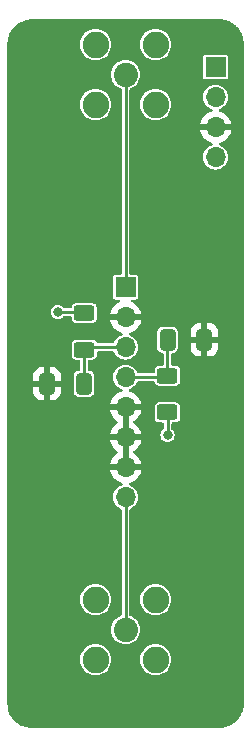
<source format=gbr>
%TF.GenerationSoftware,KiCad,Pcbnew,7.0.5*%
%TF.CreationDate,2023-06-23T15:01:08-05:00*%
%TF.ProjectId,Single.Channel.Amp,53696e67-6c65-42e4-9368-616e6e656c2e,rev?*%
%TF.SameCoordinates,Original*%
%TF.FileFunction,Copper,L1,Top*%
%TF.FilePolarity,Positive*%
%FSLAX46Y46*%
G04 Gerber Fmt 4.6, Leading zero omitted, Abs format (unit mm)*
G04 Created by KiCad (PCBNEW 7.0.5) date 2023-06-23 15:01:08*
%MOMM*%
%LPD*%
G01*
G04 APERTURE LIST*
G04 Aperture macros list*
%AMRoundRect*
0 Rectangle with rounded corners*
0 $1 Rounding radius*
0 $2 $3 $4 $5 $6 $7 $8 $9 X,Y pos of 4 corners*
0 Add a 4 corners polygon primitive as box body*
4,1,4,$2,$3,$4,$5,$6,$7,$8,$9,$2,$3,0*
0 Add four circle primitives for the rounded corners*
1,1,$1+$1,$2,$3*
1,1,$1+$1,$4,$5*
1,1,$1+$1,$6,$7*
1,1,$1+$1,$8,$9*
0 Add four rect primitives between the rounded corners*
20,1,$1+$1,$2,$3,$4,$5,0*
20,1,$1+$1,$4,$5,$6,$7,0*
20,1,$1+$1,$6,$7,$8,$9,0*
20,1,$1+$1,$8,$9,$2,$3,0*%
G04 Aperture macros list end*
%TA.AperFunction,SMDPad,CuDef*%
%ADD10RoundRect,0.250000X0.625000X-0.400000X0.625000X0.400000X-0.625000X0.400000X-0.625000X-0.400000X0*%
%TD*%
%TA.AperFunction,ComponentPad*%
%ADD11R,1.700000X1.700000*%
%TD*%
%TA.AperFunction,ComponentPad*%
%ADD12O,1.700000X1.700000*%
%TD*%
%TA.AperFunction,ComponentPad*%
%ADD13C,2.050000*%
%TD*%
%TA.AperFunction,ComponentPad*%
%ADD14C,2.250000*%
%TD*%
%TA.AperFunction,SMDPad,CuDef*%
%ADD15RoundRect,0.250000X-0.412500X-0.650000X0.412500X-0.650000X0.412500X0.650000X-0.412500X0.650000X0*%
%TD*%
%TA.AperFunction,SMDPad,CuDef*%
%ADD16RoundRect,0.250000X-0.625000X0.400000X-0.625000X-0.400000X0.625000X-0.400000X0.625000X0.400000X0*%
%TD*%
%TA.AperFunction,SMDPad,CuDef*%
%ADD17RoundRect,0.250000X0.412500X0.650000X-0.412500X0.650000X-0.412500X-0.650000X0.412500X-0.650000X0*%
%TD*%
%TA.AperFunction,ViaPad*%
%ADD18C,0.800000*%
%TD*%
%TA.AperFunction,Conductor*%
%ADD19C,0.250000*%
%TD*%
G04 APERTURE END LIST*
D10*
%TO.P,R3,1*%
%TO.N,Net-(Q2-E)*%
X68540000Y-48600000D03*
%TO.P,R3,2*%
%TO.N,Net-(J2-Pin_4)*%
X68540000Y-45500000D03*
%TD*%
D11*
%TO.P,J3,1,Pin_1*%
%TO.N,Net-(D1-A)*%
X72620000Y-19370000D03*
D12*
%TO.P,J3,2,Pin_2*%
%TO.N,GND*%
X72620000Y-21910000D03*
%TO.P,J3,3,Pin_3*%
%TO.N,GND1*%
X72620000Y-24450000D03*
%TO.P,J3,4,Pin_4*%
%TO.N,Net-(D2-K)*%
X72620000Y-26990000D03*
%TD*%
D13*
%TO.P,J4,1,In*%
%TO.N,Net-(J2-Input)*%
X65000000Y-67000000D03*
D14*
%TO.P,J4,2,Ext*%
%TO.N,GND*%
X62460000Y-64460000D03*
X62460000Y-69540000D03*
X67540000Y-64460000D03*
X67540000Y-69540000D03*
%TD*%
D15*
%TO.P,C4,1*%
%TO.N,Net-(J2-Pin_4)*%
X68552500Y-42465000D03*
%TO.P,C4,2*%
%TO.N,GND1*%
X71677500Y-42465000D03*
%TD*%
D13*
%TO.P,J5,1,In*%
%TO.N,Net-(J2-Output)*%
X65000000Y-20000000D03*
D14*
%TO.P,J5,2,Ext*%
%TO.N,GND*%
X62460000Y-17460000D03*
X62460000Y-22540000D03*
X67540000Y-17460000D03*
X67540000Y-22540000D03*
%TD*%
D16*
%TO.P,R4,1*%
%TO.N,Net-(Q1-E)*%
X61510000Y-40190000D03*
%TO.P,R4,2*%
%TO.N,Net-(J2-Pin_3)*%
X61510000Y-43290000D03*
%TD*%
D17*
%TO.P,C3,1*%
%TO.N,Net-(J2-Pin_3)*%
X61472500Y-46185000D03*
%TO.P,C3,2*%
%TO.N,GND1*%
X58347500Y-46185000D03*
%TD*%
D11*
%TO.P,J2,1,Output*%
%TO.N,Net-(J2-Output)*%
X65000000Y-38000000D03*
D12*
%TO.P,J2,2,GND*%
%TO.N,GND1*%
X65000000Y-40540000D03*
%TO.P,J2,3,Pin_3*%
%TO.N,Net-(J2-Pin_3)*%
X65000000Y-43080000D03*
%TO.P,J2,4,Pin_4*%
%TO.N,Net-(J2-Pin_4)*%
X65000000Y-45620000D03*
%TO.P,J2,5,Pin_5*%
%TO.N,GND1*%
X65000000Y-48160000D03*
%TO.P,J2,6,Pin_6*%
X65000000Y-50700000D03*
%TO.P,J2,7,Pin_7*%
X65000000Y-53240000D03*
%TO.P,J2,8,Input*%
%TO.N,Net-(J2-Input)*%
X65000000Y-55780000D03*
%TD*%
D18*
%TO.N,Net-(Q1-E)*%
X59275000Y-40110000D03*
%TO.N,Net-(Q2-E)*%
X68555000Y-50545000D03*
%TD*%
D19*
%TO.N,Net-(J2-Output)*%
X65000000Y-38000000D02*
X65000000Y-20000000D01*
%TO.N,Net-(J2-Pin_3)*%
X61472500Y-46185000D02*
X61472500Y-43327500D01*
X61472500Y-43327500D02*
X61510000Y-43290000D01*
X61720000Y-43080000D02*
X65000000Y-43080000D01*
X61510000Y-43290000D02*
X61720000Y-43080000D01*
%TO.N,Net-(J2-Pin_4)*%
X68540000Y-45500000D02*
X68420000Y-45620000D01*
X68540000Y-45500000D02*
X68540000Y-42567500D01*
X68540000Y-42567500D02*
X68442500Y-42470000D01*
X68420000Y-45620000D02*
X65000000Y-45620000D01*
%TO.N,Net-(J2-Input)*%
X65000000Y-55780000D02*
X65000000Y-67000000D01*
%TO.N,Net-(Q1-E)*%
X61430000Y-40110000D02*
X61510000Y-40190000D01*
X59275000Y-40110000D02*
X61430000Y-40110000D01*
%TO.N,Net-(Q2-E)*%
X68555000Y-50545000D02*
X68555000Y-48615000D01*
X68555000Y-48615000D02*
X68540000Y-48600000D01*
%TD*%
%TA.AperFunction,Conductor*%
%TO.N,GND1*%
G36*
X65250000Y-52804498D02*
G01*
X65142315Y-52755320D01*
X65035763Y-52740000D01*
X64964237Y-52740000D01*
X64857685Y-52755320D01*
X64749999Y-52804498D01*
X64749999Y-51135501D01*
X64857685Y-51184680D01*
X64964237Y-51200000D01*
X65035763Y-51200000D01*
X65142315Y-51184680D01*
X65250000Y-51135501D01*
X65250000Y-52804498D01*
G37*
%TD.AperFunction*%
%TA.AperFunction,Conductor*%
G36*
X65250000Y-50264498D02*
G01*
X65142315Y-50215320D01*
X65035763Y-50200000D01*
X64964237Y-50200000D01*
X64857685Y-50215320D01*
X64749999Y-50264498D01*
X64749999Y-48595501D01*
X64857685Y-48644680D01*
X64964237Y-48660000D01*
X65035763Y-48660000D01*
X65142315Y-48644680D01*
X65250000Y-48595501D01*
X65250000Y-50264498D01*
G37*
%TD.AperFunction*%
%TA.AperFunction,Conductor*%
G36*
X73002019Y-15310633D02*
G01*
X73040149Y-15313131D01*
X73083793Y-15315992D01*
X73265459Y-15328985D01*
X73273102Y-15330015D01*
X73367572Y-15348806D01*
X73372190Y-15349912D01*
X73543719Y-15398061D01*
X73697413Y-15441204D01*
X73702315Y-15442802D01*
X73791762Y-15476164D01*
X73797481Y-15478634D01*
X73862544Y-15510719D01*
X73868651Y-15514176D01*
X74033108Y-15620000D01*
X74054728Y-15633912D01*
X74272782Y-15774225D01*
X74287440Y-15785274D01*
X74307332Y-15802718D01*
X74359510Y-15848476D01*
X74362463Y-15851243D01*
X74458770Y-15947550D01*
X74461531Y-15950498D01*
X74475243Y-15966135D01*
X74477144Y-15968410D01*
X74638444Y-16171187D01*
X74641459Y-16175318D01*
X74655410Y-16196197D01*
X74704958Y-16270351D01*
X74707824Y-16275085D01*
X74773806Y-16395921D01*
X74774996Y-16398213D01*
X74831352Y-16512492D01*
X74833839Y-16518251D01*
X74882881Y-16649737D01*
X74883500Y-16651475D01*
X74923597Y-16769597D01*
X74925472Y-16776353D01*
X74956848Y-16920589D01*
X74979980Y-17036880D01*
X74981015Y-17044560D01*
X74994021Y-17226413D01*
X74999367Y-17307966D01*
X74999500Y-17312023D01*
X74999500Y-73307976D01*
X74999367Y-73312033D01*
X74994022Y-73393558D01*
X74986015Y-73505514D01*
X74985608Y-73509442D01*
X74966386Y-73650854D01*
X74965760Y-73654599D01*
X74956842Y-73699440D01*
X74925471Y-73843647D01*
X74923596Y-73850403D01*
X74883496Y-73968531D01*
X74882879Y-73970265D01*
X74872626Y-73997758D01*
X74871277Y-74001080D01*
X74771176Y-74228425D01*
X74768848Y-74233157D01*
X74707824Y-74344914D01*
X74704958Y-74349648D01*
X74633467Y-74456641D01*
X74631549Y-74459351D01*
X74549744Y-74568631D01*
X74546723Y-74572357D01*
X74461529Y-74669502D01*
X74458755Y-74672464D01*
X74362464Y-74768755D01*
X74359502Y-74771529D01*
X74262357Y-74856723D01*
X74258631Y-74859744D01*
X74149351Y-74941549D01*
X74146641Y-74943467D01*
X74039649Y-75014957D01*
X74034914Y-75017823D01*
X73914075Y-75083806D01*
X73911790Y-75084993D01*
X73904596Y-75088541D01*
X73902019Y-75089740D01*
X73702563Y-75177002D01*
X73699377Y-75178292D01*
X73660275Y-75192876D01*
X73658538Y-75193494D01*
X73540402Y-75233596D01*
X73533647Y-75235471D01*
X73462130Y-75251029D01*
X73455117Y-75252554D01*
X73451369Y-75253250D01*
X73156664Y-75298589D01*
X73151657Y-75299152D01*
X73083568Y-75304022D01*
X73077972Y-75304389D01*
X73070672Y-75304867D01*
X73066636Y-75305000D01*
X56947817Y-75305000D01*
X56942201Y-75304745D01*
X56685599Y-75281417D01*
X56679129Y-75280482D01*
X56638251Y-75272351D01*
X56610617Y-75266854D01*
X56466352Y-75235471D01*
X56459597Y-75233596D01*
X56341465Y-75193496D01*
X56339728Y-75192877D01*
X56210480Y-75144670D01*
X56205300Y-75142466D01*
X56184183Y-75132323D01*
X56088201Y-75084990D01*
X56085909Y-75083800D01*
X56035990Y-75056542D01*
X55965081Y-75017823D01*
X55960357Y-75014962D01*
X55853348Y-74943461D01*
X55850639Y-74941543D01*
X55810592Y-74911564D01*
X55741353Y-74859732D01*
X55737648Y-74856729D01*
X55640680Y-74771690D01*
X55636671Y-74767843D01*
X55487338Y-74611116D01*
X55485610Y-74609226D01*
X55453281Y-74572362D01*
X55450260Y-74568637D01*
X55368449Y-74459351D01*
X55366531Y-74456640D01*
X55295037Y-74349641D01*
X55292170Y-74344907D01*
X55226173Y-74224042D01*
X55225024Y-74221830D01*
X55168635Y-74107483D01*
X55166160Y-74101750D01*
X55117093Y-73970198D01*
X55116540Y-73968646D01*
X55076394Y-73850378D01*
X55074529Y-73843659D01*
X55067509Y-73811387D01*
X55067137Y-73809545D01*
X55016592Y-73536600D01*
X55015715Y-73529742D01*
X55005991Y-73393778D01*
X55000632Y-73312019D01*
X55000499Y-73307993D01*
X55000499Y-69540001D01*
X61129437Y-69540001D01*
X61149650Y-69771044D01*
X61149651Y-69771051D01*
X61209678Y-69995074D01*
X61209679Y-69995076D01*
X61209680Y-69995079D01*
X61307699Y-70205282D01*
X61440730Y-70395269D01*
X61604731Y-70559270D01*
X61794718Y-70692301D01*
X62004921Y-70790320D01*
X62228950Y-70850349D01*
X62393985Y-70864787D01*
X62459998Y-70870563D01*
X62460000Y-70870563D01*
X62460002Y-70870563D01*
X62517762Y-70865509D01*
X62691050Y-70850349D01*
X62915079Y-70790320D01*
X63125282Y-70692301D01*
X63315269Y-70559270D01*
X63479270Y-70395269D01*
X63612301Y-70205282D01*
X63710320Y-69995079D01*
X63770349Y-69771050D01*
X63790563Y-69540001D01*
X66209437Y-69540001D01*
X66229650Y-69771044D01*
X66229651Y-69771051D01*
X66289678Y-69995074D01*
X66289679Y-69995076D01*
X66289680Y-69995079D01*
X66387699Y-70205282D01*
X66520730Y-70395269D01*
X66684731Y-70559270D01*
X66874718Y-70692301D01*
X67084921Y-70790320D01*
X67308950Y-70850349D01*
X67473985Y-70864787D01*
X67539998Y-70870563D01*
X67540000Y-70870563D01*
X67540002Y-70870563D01*
X67597762Y-70865509D01*
X67771050Y-70850349D01*
X67995079Y-70790320D01*
X68205282Y-70692301D01*
X68395269Y-70559270D01*
X68559270Y-70395269D01*
X68692301Y-70205282D01*
X68790320Y-69995079D01*
X68850349Y-69771050D01*
X68870563Y-69540000D01*
X68850349Y-69308950D01*
X68790320Y-69084921D01*
X68692301Y-68874719D01*
X68692299Y-68874716D01*
X68692298Y-68874714D01*
X68559273Y-68684735D01*
X68559268Y-68684729D01*
X68395269Y-68520730D01*
X68395263Y-68520726D01*
X68205282Y-68387699D01*
X67995079Y-68289680D01*
X67995076Y-68289679D01*
X67995074Y-68289678D01*
X67771051Y-68229651D01*
X67771044Y-68229650D01*
X67540002Y-68209437D01*
X67539998Y-68209437D01*
X67308955Y-68229650D01*
X67308948Y-68229651D01*
X67084917Y-68289681D01*
X66874718Y-68387699D01*
X66874714Y-68387701D01*
X66684735Y-68520726D01*
X66684729Y-68520731D01*
X66520731Y-68684729D01*
X66520726Y-68684735D01*
X66387701Y-68874714D01*
X66387699Y-68874718D01*
X66289681Y-69084917D01*
X66229651Y-69308948D01*
X66229650Y-69308955D01*
X66209437Y-69539998D01*
X66209437Y-69540001D01*
X63790563Y-69540001D01*
X63790563Y-69540000D01*
X63770349Y-69308950D01*
X63710320Y-69084921D01*
X63612301Y-68874719D01*
X63612299Y-68874716D01*
X63612298Y-68874714D01*
X63479273Y-68684735D01*
X63479268Y-68684729D01*
X63315269Y-68520730D01*
X63315263Y-68520726D01*
X63125282Y-68387699D01*
X62915079Y-68289680D01*
X62915076Y-68289679D01*
X62915074Y-68289678D01*
X62691051Y-68229651D01*
X62691044Y-68229650D01*
X62460002Y-68209437D01*
X62459998Y-68209437D01*
X62228955Y-68229650D01*
X62228948Y-68229651D01*
X62004917Y-68289681D01*
X61794718Y-68387699D01*
X61794714Y-68387701D01*
X61604735Y-68520726D01*
X61604729Y-68520731D01*
X61440731Y-68684729D01*
X61440726Y-68684735D01*
X61307701Y-68874714D01*
X61307699Y-68874718D01*
X61209681Y-69084917D01*
X61149651Y-69308948D01*
X61149650Y-69308955D01*
X61129437Y-69539998D01*
X61129437Y-69540001D01*
X55000499Y-69540001D01*
X55000499Y-64460001D01*
X61129437Y-64460001D01*
X61149650Y-64691044D01*
X61149651Y-64691051D01*
X61209678Y-64915074D01*
X61209679Y-64915076D01*
X61209680Y-64915079D01*
X61307699Y-65125282D01*
X61440730Y-65315269D01*
X61604731Y-65479270D01*
X61794718Y-65612301D01*
X62004921Y-65710320D01*
X62228950Y-65770349D01*
X62393985Y-65784787D01*
X62459998Y-65790563D01*
X62460000Y-65790563D01*
X62460002Y-65790563D01*
X62517762Y-65785509D01*
X62691050Y-65770349D01*
X62915079Y-65710320D01*
X63125282Y-65612301D01*
X63315269Y-65479270D01*
X63479270Y-65315269D01*
X63612301Y-65125282D01*
X63710320Y-64915079D01*
X63770349Y-64691050D01*
X63790563Y-64460000D01*
X63770349Y-64228950D01*
X63710320Y-64004921D01*
X63612301Y-63794719D01*
X63612299Y-63794716D01*
X63612298Y-63794714D01*
X63479273Y-63604735D01*
X63479268Y-63604729D01*
X63315269Y-63440730D01*
X63315263Y-63440726D01*
X63125282Y-63307699D01*
X62915079Y-63209680D01*
X62915076Y-63209679D01*
X62915074Y-63209678D01*
X62691051Y-63149651D01*
X62691044Y-63149650D01*
X62460002Y-63129437D01*
X62459998Y-63129437D01*
X62228955Y-63149650D01*
X62228948Y-63149651D01*
X62004917Y-63209681D01*
X61794718Y-63307699D01*
X61794714Y-63307701D01*
X61604735Y-63440726D01*
X61604729Y-63440731D01*
X61440731Y-63604729D01*
X61440726Y-63604735D01*
X61307701Y-63794714D01*
X61307699Y-63794718D01*
X61209681Y-64004917D01*
X61149651Y-64228948D01*
X61149650Y-64228955D01*
X61129437Y-64459998D01*
X61129437Y-64460001D01*
X55000499Y-64460001D01*
X55000499Y-53490000D01*
X63669364Y-53490000D01*
X63726567Y-53703486D01*
X63726570Y-53703492D01*
X63826399Y-53917578D01*
X63961894Y-54111082D01*
X64128917Y-54278105D01*
X64322421Y-54413600D01*
X64536507Y-54513429D01*
X64536516Y-54513433D01*
X64658649Y-54546158D01*
X64718310Y-54582523D01*
X64748839Y-54645369D01*
X64740545Y-54714745D01*
X64696059Y-54768623D01*
X64662552Y-54784593D01*
X64596046Y-54804767D01*
X64465358Y-54874622D01*
X64413550Y-54902315D01*
X64413548Y-54902316D01*
X64413547Y-54902317D01*
X64253589Y-55033589D01*
X64122317Y-55193547D01*
X64024769Y-55376043D01*
X63964699Y-55574067D01*
X63944417Y-55779999D01*
X63964699Y-55985932D01*
X63964700Y-55985934D01*
X64024768Y-56183954D01*
X64122315Y-56366450D01*
X64122317Y-56366452D01*
X64253589Y-56526410D01*
X64350209Y-56605702D01*
X64413550Y-56657685D01*
X64596046Y-56755232D01*
X64596052Y-56755235D01*
X64597956Y-56756024D01*
X64598799Y-56756703D01*
X64601419Y-56758104D01*
X64601153Y-56758600D01*
X64652358Y-56799867D01*
X64674420Y-56866162D01*
X64674499Y-56870583D01*
X64674499Y-65723338D01*
X64654814Y-65790377D01*
X64602010Y-65836132D01*
X64582601Y-65843110D01*
X64579261Y-65844005D01*
X64579253Y-65844008D01*
X64384910Y-65934631D01*
X64384908Y-65934632D01*
X64209259Y-66057623D01*
X64209253Y-66057628D01*
X64057628Y-66209253D01*
X64057623Y-66209259D01*
X63934632Y-66384908D01*
X63934631Y-66384910D01*
X63844009Y-66579251D01*
X63844005Y-66579260D01*
X63788509Y-66786375D01*
X63788507Y-66786386D01*
X63769819Y-66999998D01*
X63769819Y-67000001D01*
X63788507Y-67213613D01*
X63788509Y-67213624D01*
X63844005Y-67420739D01*
X63844007Y-67420743D01*
X63844008Y-67420747D01*
X63889320Y-67517918D01*
X63934631Y-67615090D01*
X63934632Y-67615091D01*
X64057627Y-67790745D01*
X64209255Y-67942373D01*
X64384909Y-68065368D01*
X64579253Y-68155992D01*
X64786381Y-68211492D01*
X64938965Y-68224841D01*
X64999998Y-68230181D01*
X65000000Y-68230181D01*
X65000002Y-68230181D01*
X65053404Y-68225508D01*
X65213619Y-68211492D01*
X65420747Y-68155992D01*
X65615091Y-68065368D01*
X65790745Y-67942373D01*
X65942373Y-67790745D01*
X66065368Y-67615091D01*
X66155992Y-67420747D01*
X66211492Y-67213619D01*
X66230181Y-67000000D01*
X66211492Y-66786381D01*
X66155992Y-66579253D01*
X66065368Y-66384910D01*
X65942373Y-66209255D01*
X65790745Y-66057627D01*
X65615091Y-65934632D01*
X65615092Y-65934632D01*
X65615090Y-65934631D01*
X65511370Y-65886266D01*
X65420747Y-65844008D01*
X65420744Y-65844007D01*
X65420742Y-65844006D01*
X65417401Y-65843111D01*
X65416095Y-65842315D01*
X65415661Y-65842157D01*
X65415692Y-65842069D01*
X65357742Y-65806744D01*
X65327216Y-65743895D01*
X65325500Y-65723338D01*
X65325500Y-64460001D01*
X66209437Y-64460001D01*
X66229650Y-64691044D01*
X66229651Y-64691051D01*
X66289678Y-64915074D01*
X66289679Y-64915076D01*
X66289680Y-64915079D01*
X66387699Y-65125282D01*
X66520730Y-65315269D01*
X66684731Y-65479270D01*
X66874718Y-65612301D01*
X67084921Y-65710320D01*
X67308950Y-65770349D01*
X67473985Y-65784787D01*
X67539998Y-65790563D01*
X67540000Y-65790563D01*
X67540002Y-65790563D01*
X67597762Y-65785509D01*
X67771050Y-65770349D01*
X67995079Y-65710320D01*
X68205282Y-65612301D01*
X68395269Y-65479270D01*
X68559270Y-65315269D01*
X68692301Y-65125282D01*
X68790320Y-64915079D01*
X68850349Y-64691050D01*
X68870563Y-64460000D01*
X68850349Y-64228950D01*
X68790320Y-64004921D01*
X68692301Y-63794719D01*
X68692299Y-63794716D01*
X68692298Y-63794714D01*
X68559273Y-63604735D01*
X68559268Y-63604729D01*
X68395269Y-63440730D01*
X68395263Y-63440726D01*
X68205282Y-63307699D01*
X67995079Y-63209680D01*
X67995076Y-63209679D01*
X67995074Y-63209678D01*
X67771051Y-63149651D01*
X67771044Y-63149650D01*
X67540002Y-63129437D01*
X67539998Y-63129437D01*
X67308955Y-63149650D01*
X67308948Y-63149651D01*
X67084917Y-63209681D01*
X66874718Y-63307699D01*
X66874714Y-63307701D01*
X66684735Y-63440726D01*
X66684729Y-63440731D01*
X66520731Y-63604729D01*
X66520726Y-63604735D01*
X66387701Y-63794714D01*
X66387699Y-63794718D01*
X66289681Y-64004917D01*
X66229651Y-64228948D01*
X66229650Y-64228955D01*
X66209437Y-64459998D01*
X66209437Y-64460001D01*
X65325500Y-64460001D01*
X65325500Y-56870583D01*
X65345185Y-56803544D01*
X65397989Y-56757789D01*
X65402049Y-56756021D01*
X65403945Y-56755234D01*
X65403954Y-56755232D01*
X65586450Y-56657685D01*
X65746410Y-56526410D01*
X65877685Y-56366450D01*
X65975232Y-56183954D01*
X66035300Y-55985934D01*
X66055583Y-55780000D01*
X66035300Y-55574066D01*
X65975232Y-55376046D01*
X65877685Y-55193550D01*
X65825702Y-55130209D01*
X65746410Y-55033589D01*
X65586452Y-54902317D01*
X65586453Y-54902317D01*
X65586450Y-54902315D01*
X65403954Y-54804768D01*
X65337447Y-54784593D01*
X65279009Y-54746296D01*
X65250553Y-54682484D01*
X65261113Y-54613417D01*
X65307337Y-54561023D01*
X65341350Y-54546158D01*
X65463483Y-54513433D01*
X65463492Y-54513429D01*
X65677578Y-54413600D01*
X65871082Y-54278105D01*
X66038105Y-54111082D01*
X66173600Y-53917578D01*
X66273429Y-53703492D01*
X66273432Y-53703486D01*
X66330636Y-53490000D01*
X65433686Y-53490000D01*
X65459493Y-53449844D01*
X65500000Y-53311889D01*
X65500000Y-53168111D01*
X65459493Y-53030156D01*
X65433686Y-52990000D01*
X66330636Y-52990000D01*
X66330635Y-52989999D01*
X66273432Y-52776513D01*
X66273429Y-52776507D01*
X66173600Y-52562422D01*
X66173599Y-52562420D01*
X66038113Y-52368926D01*
X66038108Y-52368920D01*
X65871082Y-52201894D01*
X65684968Y-52071575D01*
X65641344Y-52016998D01*
X65634151Y-51947499D01*
X65665673Y-51885145D01*
X65684968Y-51868425D01*
X65871082Y-51738105D01*
X66038105Y-51571082D01*
X66173600Y-51377578D01*
X66273429Y-51163492D01*
X66273432Y-51163486D01*
X66330636Y-50950000D01*
X65433686Y-50950000D01*
X65459493Y-50909844D01*
X65500000Y-50771889D01*
X65500000Y-50628111D01*
X65459493Y-50490156D01*
X65433686Y-50450000D01*
X66330636Y-50450000D01*
X66330635Y-50449999D01*
X66273432Y-50236513D01*
X66273429Y-50236507D01*
X66173600Y-50022422D01*
X66173599Y-50022420D01*
X66038113Y-49828926D01*
X66038108Y-49828920D01*
X65871082Y-49661894D01*
X65684968Y-49531575D01*
X65641344Y-49476998D01*
X65634151Y-49407499D01*
X65665673Y-49345145D01*
X65684968Y-49328425D01*
X65871082Y-49198105D01*
X66014918Y-49054269D01*
X67464500Y-49054269D01*
X67467353Y-49084699D01*
X67467353Y-49084701D01*
X67507036Y-49198105D01*
X67512207Y-49212882D01*
X67592850Y-49322150D01*
X67702118Y-49402793D01*
X67744845Y-49417743D01*
X67830299Y-49447646D01*
X67860730Y-49450500D01*
X67860734Y-49450500D01*
X68105500Y-49450500D01*
X68172539Y-49470185D01*
X68218294Y-49522989D01*
X68229500Y-49574500D01*
X68229500Y-49976699D01*
X68209815Y-50043738D01*
X68180988Y-50075074D01*
X68126720Y-50116715D01*
X68030463Y-50242160D01*
X67969956Y-50388237D01*
X67969955Y-50388239D01*
X67949318Y-50544998D01*
X67949318Y-50545001D01*
X67969955Y-50701760D01*
X67969956Y-50701762D01*
X68030464Y-50847841D01*
X68126718Y-50973282D01*
X68252159Y-51069536D01*
X68398238Y-51130044D01*
X68476618Y-51140363D01*
X68554999Y-51150682D01*
X68555000Y-51150682D01*
X68555001Y-51150682D01*
X68607254Y-51143802D01*
X68711762Y-51130044D01*
X68857841Y-51069536D01*
X68983282Y-50973282D01*
X69079536Y-50847841D01*
X69140044Y-50701762D01*
X69160682Y-50545000D01*
X69140044Y-50388238D01*
X69079536Y-50242159D01*
X68983282Y-50116718D01*
X68983280Y-50116716D01*
X68983279Y-50116715D01*
X68929012Y-50075074D01*
X68887810Y-50018646D01*
X68880500Y-49976699D01*
X68880500Y-49574500D01*
X68900185Y-49507461D01*
X68952989Y-49461706D01*
X69004500Y-49450500D01*
X69219270Y-49450500D01*
X69249699Y-49447646D01*
X69249701Y-49447646D01*
X69313790Y-49425219D01*
X69377882Y-49402793D01*
X69487150Y-49322150D01*
X69567793Y-49212882D01*
X69590219Y-49148790D01*
X69612646Y-49084701D01*
X69612646Y-49084699D01*
X69615500Y-49054269D01*
X69615500Y-48145730D01*
X69612646Y-48115300D01*
X69612646Y-48115298D01*
X69567793Y-47987119D01*
X69567792Y-47987117D01*
X69487150Y-47877850D01*
X69377882Y-47797207D01*
X69377880Y-47797206D01*
X69249700Y-47752353D01*
X69219270Y-47749500D01*
X69219266Y-47749500D01*
X67860734Y-47749500D01*
X67860730Y-47749500D01*
X67830300Y-47752353D01*
X67830298Y-47752353D01*
X67702119Y-47797206D01*
X67702117Y-47797207D01*
X67592850Y-47877850D01*
X67512207Y-47987117D01*
X67512206Y-47987119D01*
X67467353Y-48115298D01*
X67467353Y-48115300D01*
X67464500Y-48145730D01*
X67464500Y-49054269D01*
X66014918Y-49054269D01*
X66038105Y-49031082D01*
X66173600Y-48837578D01*
X66273429Y-48623492D01*
X66273432Y-48623486D01*
X66330636Y-48410000D01*
X65433686Y-48410000D01*
X65459493Y-48369844D01*
X65500000Y-48231889D01*
X65500000Y-48088111D01*
X65459493Y-47950156D01*
X65433686Y-47910000D01*
X66330636Y-47910000D01*
X66330635Y-47909999D01*
X66273432Y-47696513D01*
X66273429Y-47696507D01*
X66173600Y-47482422D01*
X66173599Y-47482420D01*
X66038113Y-47288926D01*
X66038108Y-47288920D01*
X65871082Y-47121894D01*
X65677578Y-46986399D01*
X65463492Y-46886570D01*
X65463486Y-46886567D01*
X65341349Y-46853841D01*
X65281689Y-46817476D01*
X65251160Y-46754629D01*
X65259455Y-46685253D01*
X65303940Y-46631375D01*
X65337444Y-46615407D01*
X65403954Y-46595232D01*
X65586450Y-46497685D01*
X65746410Y-46366410D01*
X65877685Y-46206450D01*
X65975232Y-46023954D01*
X65975234Y-46023945D01*
X65976021Y-46022049D01*
X65976701Y-46021203D01*
X65978104Y-46018581D01*
X65978601Y-46018846D01*
X66019862Y-45967645D01*
X66086156Y-45945579D01*
X66090583Y-45945500D01*
X67365655Y-45945500D01*
X67432694Y-45965185D01*
X67478449Y-46017989D01*
X67482696Y-46028545D01*
X67512207Y-46112882D01*
X67592850Y-46222150D01*
X67702118Y-46302793D01*
X67744845Y-46317744D01*
X67830299Y-46347646D01*
X67860730Y-46350500D01*
X67860734Y-46350500D01*
X69219270Y-46350500D01*
X69249699Y-46347646D01*
X69249701Y-46347646D01*
X69313790Y-46325219D01*
X69377882Y-46302793D01*
X69487150Y-46222150D01*
X69567793Y-46112882D01*
X69597304Y-46028545D01*
X69612646Y-45984701D01*
X69612646Y-45984699D01*
X69615500Y-45954269D01*
X69615500Y-45045730D01*
X69612646Y-45015300D01*
X69612646Y-45015298D01*
X69567793Y-44887119D01*
X69567792Y-44887117D01*
X69540873Y-44850643D01*
X69487150Y-44777850D01*
X69377882Y-44697207D01*
X69377880Y-44697206D01*
X69249700Y-44652353D01*
X69219270Y-44649500D01*
X69219266Y-44649500D01*
X68989500Y-44649500D01*
X68922461Y-44629815D01*
X68876706Y-44577011D01*
X68865500Y-44525500D01*
X68865500Y-43689500D01*
X68885185Y-43622461D01*
X68937989Y-43576706D01*
X68989500Y-43565500D01*
X69019270Y-43565500D01*
X69049699Y-43562646D01*
X69049701Y-43562646D01*
X69113790Y-43540219D01*
X69177882Y-43517793D01*
X69287150Y-43437150D01*
X69367793Y-43327882D01*
X69390219Y-43263790D01*
X69412646Y-43199701D01*
X69412646Y-43199699D01*
X69415500Y-43169269D01*
X69415500Y-42715000D01*
X70515001Y-42715000D01*
X70515001Y-43164986D01*
X70525494Y-43267697D01*
X70580641Y-43434119D01*
X70580643Y-43434124D01*
X70672684Y-43583345D01*
X70796654Y-43707315D01*
X70945875Y-43799356D01*
X70945880Y-43799358D01*
X71112302Y-43854505D01*
X71112309Y-43854506D01*
X71215019Y-43864999D01*
X71427499Y-43864999D01*
X71427500Y-43864998D01*
X71427500Y-42715000D01*
X71927500Y-42715000D01*
X71927500Y-43864999D01*
X72139972Y-43864999D01*
X72139986Y-43864998D01*
X72242697Y-43854505D01*
X72409119Y-43799358D01*
X72409124Y-43799356D01*
X72558345Y-43707315D01*
X72682315Y-43583345D01*
X72774356Y-43434124D01*
X72774358Y-43434119D01*
X72829505Y-43267697D01*
X72829506Y-43267690D01*
X72839999Y-43164986D01*
X72840000Y-43164973D01*
X72840000Y-42715000D01*
X71927500Y-42715000D01*
X71427500Y-42715000D01*
X70515001Y-42715000D01*
X69415500Y-42715000D01*
X69415500Y-42215000D01*
X70515000Y-42215000D01*
X71427500Y-42215000D01*
X71427500Y-41065000D01*
X71927500Y-41065000D01*
X71927500Y-42215000D01*
X72839999Y-42215000D01*
X72839999Y-41765028D01*
X72839998Y-41765013D01*
X72829505Y-41662302D01*
X72774358Y-41495880D01*
X72774356Y-41495875D01*
X72682315Y-41346654D01*
X72558345Y-41222684D01*
X72409124Y-41130643D01*
X72409119Y-41130641D01*
X72242697Y-41075494D01*
X72242690Y-41075493D01*
X72139986Y-41065000D01*
X71927500Y-41065000D01*
X71427500Y-41065000D01*
X71215029Y-41065000D01*
X71215012Y-41065001D01*
X71112302Y-41075494D01*
X70945880Y-41130641D01*
X70945875Y-41130643D01*
X70796654Y-41222684D01*
X70672684Y-41346654D01*
X70580643Y-41495875D01*
X70580641Y-41495880D01*
X70525494Y-41662302D01*
X70525493Y-41662309D01*
X70515000Y-41765013D01*
X70515000Y-42215000D01*
X69415500Y-42215000D01*
X69415500Y-41760730D01*
X69412646Y-41730300D01*
X69412646Y-41730298D01*
X69367793Y-41602119D01*
X69367792Y-41602117D01*
X69287150Y-41492850D01*
X69177882Y-41412207D01*
X69177880Y-41412206D01*
X69049700Y-41367353D01*
X69019270Y-41364500D01*
X69019266Y-41364500D01*
X68085734Y-41364500D01*
X68085730Y-41364500D01*
X68055300Y-41367353D01*
X68055298Y-41367353D01*
X67927119Y-41412206D01*
X67927117Y-41412207D01*
X67817850Y-41492850D01*
X67737207Y-41602117D01*
X67737206Y-41602119D01*
X67692353Y-41730298D01*
X67692353Y-41730300D01*
X67689500Y-41760730D01*
X67689500Y-43169269D01*
X67692353Y-43199699D01*
X67692353Y-43199701D01*
X67737206Y-43327880D01*
X67737207Y-43327882D01*
X67817850Y-43437150D01*
X67927118Y-43517793D01*
X67960575Y-43529500D01*
X68055299Y-43562646D01*
X68085730Y-43565500D01*
X68085734Y-43565500D01*
X68090500Y-43565500D01*
X68157539Y-43585185D01*
X68203294Y-43637989D01*
X68214500Y-43689500D01*
X68214500Y-44525500D01*
X68194815Y-44592539D01*
X68142011Y-44638294D01*
X68090500Y-44649500D01*
X67860730Y-44649500D01*
X67830300Y-44652353D01*
X67830298Y-44652353D01*
X67702119Y-44697206D01*
X67702117Y-44697207D01*
X67592850Y-44777850D01*
X67512207Y-44887117D01*
X67512206Y-44887119D01*
X67467353Y-45015298D01*
X67467353Y-45015300D01*
X67464500Y-45045730D01*
X67464500Y-45170500D01*
X67444815Y-45237539D01*
X67392011Y-45283294D01*
X67340500Y-45294500D01*
X66090583Y-45294500D01*
X66023544Y-45274815D01*
X65977789Y-45222011D01*
X65976021Y-45217951D01*
X65975233Y-45216051D01*
X65975232Y-45216046D01*
X65877685Y-45033550D01*
X65803114Y-44942684D01*
X65746410Y-44873589D01*
X65586452Y-44742317D01*
X65586453Y-44742317D01*
X65586450Y-44742315D01*
X65403954Y-44644768D01*
X65205934Y-44584700D01*
X65205932Y-44584699D01*
X65205934Y-44584699D01*
X65000000Y-44564417D01*
X64794067Y-44584699D01*
X64596043Y-44644769D01*
X64497942Y-44697206D01*
X64413550Y-44742315D01*
X64413548Y-44742316D01*
X64413547Y-44742317D01*
X64253589Y-44873589D01*
X64137292Y-45015300D01*
X64122315Y-45033550D01*
X64093556Y-45087354D01*
X64024769Y-45216043D01*
X63964699Y-45414067D01*
X63944417Y-45620000D01*
X63964699Y-45825932D01*
X63964700Y-45825934D01*
X64024768Y-46023954D01*
X64122315Y-46206450D01*
X64122317Y-46206452D01*
X64253589Y-46366410D01*
X64337168Y-46435000D01*
X64413550Y-46497685D01*
X64596046Y-46595232D01*
X64662551Y-46615405D01*
X64720989Y-46653702D01*
X64749446Y-46717514D01*
X64738887Y-46786581D01*
X64692663Y-46838975D01*
X64658650Y-46853841D01*
X64536514Y-46886567D01*
X64536507Y-46886570D01*
X64322422Y-46986399D01*
X64322420Y-46986400D01*
X64128926Y-47121886D01*
X64128920Y-47121891D01*
X63961891Y-47288920D01*
X63961886Y-47288926D01*
X63826400Y-47482420D01*
X63826399Y-47482422D01*
X63726570Y-47696507D01*
X63726567Y-47696513D01*
X63669364Y-47909999D01*
X63669364Y-47910000D01*
X64566314Y-47910000D01*
X64540507Y-47950156D01*
X64500000Y-48088111D01*
X64500000Y-48231889D01*
X64540507Y-48369844D01*
X64566314Y-48410000D01*
X63669364Y-48410000D01*
X63726567Y-48623486D01*
X63726570Y-48623492D01*
X63826399Y-48837578D01*
X63961894Y-49031082D01*
X64128917Y-49198105D01*
X64315031Y-49328425D01*
X64358656Y-49383003D01*
X64365848Y-49452501D01*
X64334326Y-49514856D01*
X64315031Y-49531575D01*
X64128922Y-49661890D01*
X64128920Y-49661891D01*
X63961891Y-49828920D01*
X63961886Y-49828926D01*
X63826400Y-50022420D01*
X63826399Y-50022422D01*
X63726570Y-50236507D01*
X63726567Y-50236513D01*
X63669364Y-50449999D01*
X63669364Y-50450000D01*
X64566314Y-50450000D01*
X64540507Y-50490156D01*
X64500000Y-50628111D01*
X64500000Y-50771889D01*
X64540507Y-50909844D01*
X64566314Y-50950000D01*
X63669364Y-50950000D01*
X63726567Y-51163486D01*
X63726570Y-51163492D01*
X63826399Y-51377578D01*
X63961894Y-51571082D01*
X64128917Y-51738105D01*
X64315031Y-51868425D01*
X64358656Y-51923003D01*
X64365848Y-51992501D01*
X64334326Y-52054856D01*
X64315031Y-52071575D01*
X64128922Y-52201890D01*
X64128920Y-52201891D01*
X63961891Y-52368920D01*
X63961886Y-52368926D01*
X63826400Y-52562420D01*
X63826399Y-52562422D01*
X63726570Y-52776507D01*
X63726567Y-52776513D01*
X63669364Y-52989999D01*
X63669364Y-52990000D01*
X64566314Y-52990000D01*
X64540507Y-53030156D01*
X64500000Y-53168111D01*
X64500000Y-53311889D01*
X64540507Y-53449844D01*
X64566314Y-53490000D01*
X63669364Y-53490000D01*
X55000499Y-53490000D01*
X55000499Y-46435000D01*
X57185001Y-46435000D01*
X57185001Y-46884986D01*
X57195494Y-46987697D01*
X57250641Y-47154119D01*
X57250643Y-47154124D01*
X57342684Y-47303345D01*
X57466654Y-47427315D01*
X57615875Y-47519356D01*
X57615880Y-47519358D01*
X57782302Y-47574505D01*
X57782309Y-47574506D01*
X57885019Y-47584999D01*
X58097498Y-47584999D01*
X58097499Y-47584998D01*
X58097500Y-46435000D01*
X58597500Y-46435000D01*
X58597500Y-47584999D01*
X58809972Y-47584999D01*
X58809986Y-47584998D01*
X58912697Y-47574505D01*
X59079119Y-47519358D01*
X59079124Y-47519356D01*
X59228345Y-47427315D01*
X59352315Y-47303345D01*
X59444356Y-47154124D01*
X59444358Y-47154119D01*
X59499505Y-46987697D01*
X59499506Y-46987690D01*
X59509999Y-46884986D01*
X59510000Y-46884973D01*
X59510000Y-46435000D01*
X58597500Y-46435000D01*
X58097500Y-46435000D01*
X57185001Y-46435000D01*
X55000499Y-46435000D01*
X55000499Y-45935000D01*
X57185000Y-45935000D01*
X58097499Y-45935000D01*
X58097499Y-44785000D01*
X58597500Y-44785000D01*
X58597500Y-45935000D01*
X59509999Y-45935000D01*
X59509999Y-45485028D01*
X59509998Y-45485013D01*
X59499505Y-45382302D01*
X59444358Y-45215880D01*
X59444356Y-45215875D01*
X59352315Y-45066654D01*
X59228345Y-44942684D01*
X59079124Y-44850643D01*
X59079119Y-44850641D01*
X58912697Y-44795494D01*
X58912690Y-44795493D01*
X58809986Y-44785000D01*
X58597500Y-44785000D01*
X58097499Y-44785000D01*
X57885029Y-44785000D01*
X57885012Y-44785001D01*
X57782302Y-44795494D01*
X57615880Y-44850641D01*
X57615875Y-44850643D01*
X57466654Y-44942684D01*
X57342684Y-45066654D01*
X57250643Y-45215875D01*
X57250641Y-45215880D01*
X57195494Y-45382302D01*
X57195493Y-45382309D01*
X57185000Y-45485013D01*
X57185000Y-45935000D01*
X55000499Y-45935000D01*
X55000499Y-43744269D01*
X60434500Y-43744269D01*
X60437353Y-43774699D01*
X60437353Y-43774701D01*
X60468951Y-43864999D01*
X60482207Y-43902882D01*
X60562850Y-44012150D01*
X60672118Y-44092793D01*
X60714845Y-44107744D01*
X60800299Y-44137646D01*
X60830730Y-44140500D01*
X60830734Y-44140500D01*
X61023000Y-44140500D01*
X61090039Y-44160185D01*
X61135794Y-44212989D01*
X61147000Y-44264500D01*
X61147000Y-44960500D01*
X61127315Y-45027539D01*
X61074511Y-45073294D01*
X61023000Y-45084500D01*
X61005730Y-45084500D01*
X60975300Y-45087353D01*
X60975298Y-45087353D01*
X60847119Y-45132206D01*
X60847117Y-45132207D01*
X60737850Y-45212850D01*
X60657207Y-45322117D01*
X60657206Y-45322119D01*
X60612353Y-45450298D01*
X60612353Y-45450300D01*
X60609500Y-45480730D01*
X60609500Y-46889269D01*
X60612353Y-46919699D01*
X60612353Y-46919701D01*
X60657206Y-47047880D01*
X60657207Y-47047882D01*
X60737850Y-47157150D01*
X60847118Y-47237793D01*
X60889845Y-47252744D01*
X60975299Y-47282646D01*
X61005730Y-47285500D01*
X61005734Y-47285500D01*
X61939270Y-47285500D01*
X61969699Y-47282646D01*
X61969701Y-47282646D01*
X62033790Y-47260219D01*
X62097882Y-47237793D01*
X62207150Y-47157150D01*
X62287793Y-47047882D01*
X62310219Y-46983790D01*
X62332646Y-46919701D01*
X62332646Y-46919699D01*
X62335500Y-46889266D01*
X62335500Y-45480734D01*
X62332646Y-45450301D01*
X62332646Y-45450300D01*
X62332646Y-45450298D01*
X62287793Y-45322119D01*
X62287792Y-45322117D01*
X62267410Y-45294500D01*
X62207150Y-45212850D01*
X62097882Y-45132207D01*
X62097880Y-45132206D01*
X61969700Y-45087353D01*
X61939270Y-45084500D01*
X61939266Y-45084500D01*
X61922000Y-45084500D01*
X61854961Y-45064815D01*
X61809206Y-45012011D01*
X61798000Y-44960500D01*
X61798000Y-44264500D01*
X61817685Y-44197461D01*
X61870489Y-44151706D01*
X61922000Y-44140500D01*
X62189270Y-44140500D01*
X62219699Y-44137646D01*
X62219701Y-44137646D01*
X62283790Y-44115219D01*
X62347882Y-44092793D01*
X62457150Y-44012150D01*
X62537793Y-43902882D01*
X62564552Y-43826410D01*
X62582646Y-43774701D01*
X62582646Y-43774699D01*
X62585500Y-43744269D01*
X62585500Y-43529500D01*
X62605185Y-43462461D01*
X62657989Y-43416706D01*
X62709500Y-43405500D01*
X63909417Y-43405500D01*
X63976456Y-43425185D01*
X64022211Y-43477989D01*
X64023979Y-43482049D01*
X64024768Y-43483954D01*
X64122315Y-43666450D01*
X64122317Y-43666452D01*
X64253589Y-43826410D01*
X64346772Y-43902882D01*
X64413550Y-43957685D01*
X64596046Y-44055232D01*
X64794066Y-44115300D01*
X64794065Y-44115300D01*
X64812529Y-44117118D01*
X65000000Y-44135583D01*
X65205934Y-44115300D01*
X65403954Y-44055232D01*
X65586450Y-43957685D01*
X65746410Y-43826410D01*
X65877685Y-43666450D01*
X65975232Y-43483954D01*
X66035300Y-43285934D01*
X66055583Y-43080000D01*
X66035300Y-42874066D01*
X65975232Y-42676046D01*
X65877685Y-42493550D01*
X65825702Y-42430209D01*
X65746410Y-42333589D01*
X65586452Y-42202317D01*
X65586453Y-42202317D01*
X65586450Y-42202315D01*
X65403954Y-42104768D01*
X65337447Y-42084593D01*
X65279009Y-42046296D01*
X65250553Y-41982484D01*
X65261113Y-41913417D01*
X65307337Y-41861023D01*
X65341350Y-41846158D01*
X65463483Y-41813433D01*
X65463492Y-41813429D01*
X65677578Y-41713600D01*
X65871082Y-41578105D01*
X66038105Y-41411082D01*
X66173600Y-41217577D01*
X66173601Y-41217576D01*
X66273429Y-41003492D01*
X66273432Y-41003486D01*
X66330636Y-40790000D01*
X65433686Y-40790000D01*
X65459493Y-40749844D01*
X65500000Y-40611889D01*
X65500000Y-40468111D01*
X65459493Y-40330156D01*
X65433686Y-40290000D01*
X66330636Y-40290000D01*
X66330635Y-40289999D01*
X66273432Y-40076513D01*
X66273429Y-40076507D01*
X66173600Y-39862422D01*
X66173599Y-39862420D01*
X66038113Y-39668926D01*
X66038108Y-39668920D01*
X65871082Y-39501894D01*
X65677578Y-39366399D01*
X65507052Y-39286882D01*
X65454613Y-39240710D01*
X65435461Y-39173516D01*
X65455677Y-39106635D01*
X65508842Y-39061300D01*
X65559457Y-39050500D01*
X65869750Y-39050500D01*
X65869751Y-39050499D01*
X65884568Y-39047552D01*
X65928229Y-39038868D01*
X65928229Y-39038867D01*
X65928231Y-39038867D01*
X65994552Y-38994552D01*
X66038867Y-38928231D01*
X66038867Y-38928229D01*
X66038868Y-38928229D01*
X66050499Y-38869752D01*
X66050500Y-38869750D01*
X66050500Y-37130249D01*
X66050499Y-37130247D01*
X66038868Y-37071770D01*
X66038867Y-37071769D01*
X65994552Y-37005447D01*
X65928230Y-36961132D01*
X65928229Y-36961131D01*
X65869752Y-36949500D01*
X65869748Y-36949500D01*
X65449500Y-36949500D01*
X65382461Y-36929815D01*
X65336706Y-36877011D01*
X65325500Y-36825500D01*
X65325500Y-24700000D01*
X71289364Y-24700000D01*
X71346567Y-24913486D01*
X71346570Y-24913492D01*
X71446399Y-25127578D01*
X71581894Y-25321082D01*
X71748917Y-25488105D01*
X71942421Y-25623600D01*
X72156507Y-25723429D01*
X72156516Y-25723433D01*
X72278649Y-25756158D01*
X72338310Y-25792523D01*
X72368839Y-25855369D01*
X72360545Y-25924745D01*
X72316059Y-25978623D01*
X72282552Y-25994593D01*
X72216046Y-26014767D01*
X72085358Y-26084622D01*
X72033550Y-26112315D01*
X72033548Y-26112316D01*
X72033547Y-26112317D01*
X71873589Y-26243589D01*
X71742317Y-26403547D01*
X71644769Y-26586043D01*
X71584699Y-26784067D01*
X71564417Y-26990000D01*
X71584699Y-27195932D01*
X71584700Y-27195934D01*
X71644768Y-27393954D01*
X71742315Y-27576450D01*
X71742317Y-27576452D01*
X71873589Y-27736410D01*
X71970209Y-27815702D01*
X72033550Y-27867685D01*
X72216046Y-27965232D01*
X72414066Y-28025300D01*
X72414065Y-28025300D01*
X72432529Y-28027118D01*
X72620000Y-28045583D01*
X72825934Y-28025300D01*
X73023954Y-27965232D01*
X73206450Y-27867685D01*
X73366410Y-27736410D01*
X73497685Y-27576450D01*
X73595232Y-27393954D01*
X73655300Y-27195934D01*
X73675583Y-26990000D01*
X73655300Y-26784066D01*
X73595232Y-26586046D01*
X73497685Y-26403550D01*
X73445702Y-26340209D01*
X73366410Y-26243589D01*
X73206452Y-26112317D01*
X73206453Y-26112317D01*
X73206450Y-26112315D01*
X73023954Y-26014768D01*
X72957447Y-25994593D01*
X72899009Y-25956296D01*
X72870553Y-25892484D01*
X72881113Y-25823417D01*
X72927337Y-25771023D01*
X72961350Y-25756158D01*
X73083483Y-25723433D01*
X73083492Y-25723429D01*
X73297578Y-25623600D01*
X73491082Y-25488105D01*
X73658105Y-25321082D01*
X73793600Y-25127578D01*
X73893429Y-24913492D01*
X73893432Y-24913486D01*
X73950636Y-24700000D01*
X73053686Y-24700000D01*
X73079493Y-24659844D01*
X73120000Y-24521889D01*
X73120000Y-24378111D01*
X73079493Y-24240156D01*
X73053686Y-24200000D01*
X73950636Y-24200000D01*
X73950635Y-24199999D01*
X73893432Y-23986513D01*
X73893429Y-23986507D01*
X73793600Y-23772422D01*
X73793599Y-23772420D01*
X73658113Y-23578926D01*
X73658108Y-23578920D01*
X73491082Y-23411894D01*
X73297578Y-23276399D01*
X73083492Y-23176570D01*
X73083486Y-23176567D01*
X72961349Y-23143841D01*
X72901689Y-23107476D01*
X72871160Y-23044629D01*
X72879455Y-22975253D01*
X72923940Y-22921375D01*
X72957444Y-22905407D01*
X73023954Y-22885232D01*
X73206450Y-22787685D01*
X73366410Y-22656410D01*
X73497685Y-22496450D01*
X73595232Y-22313954D01*
X73655300Y-22115934D01*
X73675583Y-21910000D01*
X73655300Y-21704066D01*
X73595232Y-21506046D01*
X73497685Y-21323550D01*
X73420624Y-21229650D01*
X73366410Y-21163589D01*
X73206452Y-21032317D01*
X73206453Y-21032317D01*
X73206450Y-21032315D01*
X73023954Y-20934768D01*
X72825934Y-20874700D01*
X72825932Y-20874699D01*
X72825934Y-20874699D01*
X72620000Y-20854417D01*
X72414067Y-20874699D01*
X72216043Y-20934769D01*
X72105898Y-20993643D01*
X72033550Y-21032315D01*
X72033548Y-21032316D01*
X72033547Y-21032317D01*
X71873589Y-21163589D01*
X71742317Y-21323547D01*
X71644769Y-21506043D01*
X71584699Y-21704067D01*
X71564417Y-21909999D01*
X71584699Y-22115932D01*
X71584700Y-22115934D01*
X71644768Y-22313954D01*
X71742315Y-22496450D01*
X71742317Y-22496452D01*
X71873589Y-22656410D01*
X71970209Y-22735702D01*
X72033550Y-22787685D01*
X72216046Y-22885232D01*
X72282551Y-22905405D01*
X72340989Y-22943702D01*
X72369446Y-23007514D01*
X72358887Y-23076581D01*
X72312663Y-23128975D01*
X72278650Y-23143841D01*
X72156514Y-23176567D01*
X72156507Y-23176570D01*
X71942422Y-23276399D01*
X71942420Y-23276400D01*
X71748926Y-23411886D01*
X71748920Y-23411891D01*
X71581891Y-23578920D01*
X71581886Y-23578926D01*
X71446400Y-23772420D01*
X71446399Y-23772422D01*
X71346570Y-23986507D01*
X71346567Y-23986513D01*
X71289364Y-24199999D01*
X71289364Y-24200000D01*
X72186314Y-24200000D01*
X72160507Y-24240156D01*
X72120000Y-24378111D01*
X72120000Y-24521889D01*
X72160507Y-24659844D01*
X72186314Y-24700000D01*
X71289364Y-24700000D01*
X65325500Y-24700000D01*
X65325500Y-22540001D01*
X66209437Y-22540001D01*
X66229650Y-22771044D01*
X66229651Y-22771051D01*
X66289678Y-22995074D01*
X66289679Y-22995076D01*
X66289680Y-22995079D01*
X66387699Y-23205282D01*
X66520730Y-23395269D01*
X66684731Y-23559270D01*
X66874718Y-23692301D01*
X67084921Y-23790320D01*
X67308950Y-23850349D01*
X67473985Y-23864787D01*
X67539998Y-23870563D01*
X67540000Y-23870563D01*
X67540002Y-23870563D01*
X67597762Y-23865509D01*
X67771050Y-23850349D01*
X67995079Y-23790320D01*
X68205282Y-23692301D01*
X68395269Y-23559270D01*
X68559270Y-23395269D01*
X68692301Y-23205282D01*
X68790320Y-22995079D01*
X68850349Y-22771050D01*
X68870563Y-22540000D01*
X68850349Y-22308950D01*
X68790320Y-22084921D01*
X68692301Y-21874719D01*
X68692299Y-21874716D01*
X68692298Y-21874714D01*
X68559273Y-21684735D01*
X68559268Y-21684729D01*
X68395269Y-21520730D01*
X68374294Y-21506043D01*
X68205282Y-21387699D01*
X67995079Y-21289680D01*
X67995076Y-21289679D01*
X67995074Y-21289678D01*
X67771051Y-21229651D01*
X67771044Y-21229650D01*
X67540002Y-21209437D01*
X67539998Y-21209437D01*
X67308955Y-21229650D01*
X67308948Y-21229651D01*
X67084917Y-21289681D01*
X66874718Y-21387699D01*
X66874714Y-21387701D01*
X66684735Y-21520726D01*
X66684729Y-21520731D01*
X66520731Y-21684729D01*
X66520726Y-21684735D01*
X66387701Y-21874714D01*
X66387699Y-21874718D01*
X66289681Y-22084917D01*
X66229651Y-22308948D01*
X66229650Y-22308955D01*
X66209437Y-22539998D01*
X66209437Y-22540001D01*
X65325500Y-22540001D01*
X65325500Y-21276662D01*
X65345185Y-21209623D01*
X65397989Y-21163868D01*
X65417411Y-21156886D01*
X65417852Y-21156767D01*
X65420747Y-21155992D01*
X65615091Y-21065368D01*
X65790745Y-20942373D01*
X65942373Y-20790745D01*
X66065368Y-20615091D01*
X66155992Y-20420747D01*
X66204490Y-20239752D01*
X71569500Y-20239752D01*
X71581131Y-20298229D01*
X71581132Y-20298230D01*
X71625447Y-20364552D01*
X71691769Y-20408867D01*
X71691770Y-20408868D01*
X71750247Y-20420499D01*
X71750250Y-20420500D01*
X71750252Y-20420500D01*
X73489750Y-20420500D01*
X73489751Y-20420499D01*
X73504568Y-20417552D01*
X73548229Y-20408868D01*
X73548229Y-20408867D01*
X73548231Y-20408867D01*
X73614552Y-20364552D01*
X73658867Y-20298231D01*
X73658867Y-20298229D01*
X73658868Y-20298229D01*
X73670499Y-20239752D01*
X73670500Y-20239750D01*
X73670500Y-18500249D01*
X73670499Y-18500247D01*
X73658868Y-18441770D01*
X73658867Y-18441769D01*
X73614552Y-18375447D01*
X73548230Y-18331132D01*
X73548229Y-18331131D01*
X73489752Y-18319500D01*
X73489748Y-18319500D01*
X71750252Y-18319500D01*
X71750247Y-18319500D01*
X71691770Y-18331131D01*
X71691769Y-18331132D01*
X71625447Y-18375447D01*
X71581132Y-18441769D01*
X71581131Y-18441770D01*
X71569500Y-18500247D01*
X71569500Y-20239752D01*
X66204490Y-20239752D01*
X66211492Y-20213619D01*
X66230181Y-20000000D01*
X66211492Y-19786381D01*
X66155992Y-19579253D01*
X66065368Y-19384910D01*
X65942373Y-19209255D01*
X65790745Y-19057627D01*
X65615091Y-18934632D01*
X65615092Y-18934632D01*
X65615090Y-18934631D01*
X65517919Y-18889320D01*
X65420747Y-18844008D01*
X65420743Y-18844007D01*
X65420739Y-18844005D01*
X65213624Y-18788509D01*
X65213620Y-18788508D01*
X65213619Y-18788508D01*
X65213618Y-18788507D01*
X65213613Y-18788507D01*
X65000002Y-18769819D01*
X64999998Y-18769819D01*
X64786386Y-18788507D01*
X64786375Y-18788509D01*
X64579260Y-18844005D01*
X64579251Y-18844009D01*
X64384910Y-18934631D01*
X64384908Y-18934632D01*
X64209259Y-19057623D01*
X64209253Y-19057628D01*
X64057628Y-19209253D01*
X64057623Y-19209259D01*
X63934632Y-19384908D01*
X63934631Y-19384910D01*
X63844009Y-19579251D01*
X63844005Y-19579260D01*
X63788509Y-19786375D01*
X63788507Y-19786386D01*
X63769819Y-19999998D01*
X63769819Y-20000001D01*
X63788507Y-20213613D01*
X63788509Y-20213624D01*
X63844005Y-20420739D01*
X63844007Y-20420743D01*
X63844008Y-20420747D01*
X63889320Y-20517918D01*
X63934631Y-20615090D01*
X63934632Y-20615091D01*
X64057627Y-20790745D01*
X64209255Y-20942373D01*
X64384909Y-21065368D01*
X64579253Y-21155992D01*
X64581987Y-21156724D01*
X64582589Y-21156886D01*
X64583892Y-21157680D01*
X64584347Y-21157846D01*
X64584313Y-21157937D01*
X64642251Y-21193249D01*
X64672782Y-21256095D01*
X64674500Y-21276662D01*
X64674500Y-36825500D01*
X64654815Y-36892539D01*
X64602011Y-36938294D01*
X64550500Y-36949500D01*
X64130247Y-36949500D01*
X64071770Y-36961131D01*
X64071769Y-36961132D01*
X64005447Y-37005447D01*
X63961132Y-37071769D01*
X63961131Y-37071770D01*
X63949500Y-37130247D01*
X63949500Y-38869752D01*
X63961131Y-38928229D01*
X63961132Y-38928230D01*
X64005447Y-38994552D01*
X64071769Y-39038867D01*
X64071770Y-39038868D01*
X64130247Y-39050499D01*
X64130250Y-39050500D01*
X64440543Y-39050500D01*
X64507582Y-39070185D01*
X64553337Y-39122989D01*
X64563281Y-39192147D01*
X64534256Y-39255703D01*
X64492948Y-39286882D01*
X64322422Y-39366399D01*
X64322420Y-39366400D01*
X64128926Y-39501886D01*
X64128920Y-39501891D01*
X63961891Y-39668920D01*
X63961886Y-39668926D01*
X63826400Y-39862420D01*
X63826399Y-39862422D01*
X63726570Y-40076507D01*
X63726567Y-40076513D01*
X63669364Y-40289999D01*
X63669364Y-40290000D01*
X64566314Y-40290000D01*
X64540507Y-40330156D01*
X64500000Y-40468111D01*
X64500000Y-40611889D01*
X64540507Y-40749844D01*
X64566314Y-40790000D01*
X63669364Y-40790000D01*
X63726567Y-41003486D01*
X63726570Y-41003492D01*
X63826399Y-41217576D01*
X63826399Y-41217577D01*
X63961894Y-41411082D01*
X64128917Y-41578105D01*
X64322421Y-41713600D01*
X64536507Y-41813429D01*
X64536516Y-41813433D01*
X64658649Y-41846158D01*
X64718310Y-41882523D01*
X64748839Y-41945369D01*
X64740545Y-42014745D01*
X64696059Y-42068623D01*
X64662552Y-42084593D01*
X64596046Y-42104767D01*
X64465358Y-42174622D01*
X64413550Y-42202315D01*
X64413548Y-42202316D01*
X64413547Y-42202317D01*
X64253589Y-42333589D01*
X64122317Y-42493547D01*
X64024768Y-42676045D01*
X64023979Y-42677951D01*
X64023298Y-42678796D01*
X64021896Y-42681419D01*
X64021398Y-42681153D01*
X63980138Y-42732355D01*
X63913844Y-42754421D01*
X63909417Y-42754500D01*
X62652852Y-42754500D01*
X62585813Y-42734815D01*
X62542682Y-42685040D01*
X62542133Y-42685331D01*
X62540879Y-42682958D01*
X62540058Y-42682011D01*
X62539035Y-42679470D01*
X62537792Y-42677117D01*
X62537001Y-42676045D01*
X62457150Y-42567850D01*
X62347882Y-42487207D01*
X62347880Y-42487206D01*
X62219700Y-42442353D01*
X62189270Y-42439500D01*
X62189266Y-42439500D01*
X60830734Y-42439500D01*
X60830730Y-42439500D01*
X60800300Y-42442353D01*
X60800298Y-42442353D01*
X60672119Y-42487206D01*
X60672117Y-42487207D01*
X60562850Y-42567850D01*
X60482207Y-42677117D01*
X60482206Y-42677119D01*
X60437353Y-42805298D01*
X60437353Y-42805300D01*
X60434500Y-42835730D01*
X60434500Y-43744269D01*
X55000499Y-43744269D01*
X55000499Y-40110001D01*
X58669318Y-40110001D01*
X58689955Y-40266760D01*
X58689956Y-40266762D01*
X58699581Y-40290000D01*
X58750464Y-40412841D01*
X58846718Y-40538282D01*
X58972159Y-40634536D01*
X59118238Y-40695044D01*
X59196618Y-40705363D01*
X59274999Y-40715682D01*
X59275000Y-40715682D01*
X59275001Y-40715682D01*
X59327254Y-40708802D01*
X59431762Y-40695044D01*
X59577841Y-40634536D01*
X59703282Y-40538282D01*
X59744923Y-40484013D01*
X59801351Y-40442811D01*
X59843299Y-40435500D01*
X60310500Y-40435500D01*
X60377539Y-40455185D01*
X60423294Y-40507989D01*
X60434500Y-40559500D01*
X60434500Y-40644269D01*
X60437353Y-40674699D01*
X60437353Y-40674701D01*
X60477699Y-40790000D01*
X60482207Y-40802882D01*
X60562850Y-40912150D01*
X60672118Y-40992793D01*
X60702677Y-41003486D01*
X60800299Y-41037646D01*
X60830730Y-41040500D01*
X60830734Y-41040500D01*
X62189270Y-41040500D01*
X62219699Y-41037646D01*
X62219701Y-41037646D01*
X62283790Y-41015219D01*
X62347882Y-40992793D01*
X62457150Y-40912150D01*
X62537793Y-40802882D01*
X62560219Y-40738790D01*
X62582646Y-40674701D01*
X62582646Y-40674699D01*
X62585500Y-40644269D01*
X62585500Y-39735730D01*
X62582646Y-39705300D01*
X62582646Y-39705298D01*
X62537793Y-39577119D01*
X62537792Y-39577117D01*
X62457150Y-39467850D01*
X62347882Y-39387207D01*
X62347880Y-39387206D01*
X62219700Y-39342353D01*
X62189270Y-39339500D01*
X62189266Y-39339500D01*
X60830734Y-39339500D01*
X60830730Y-39339500D01*
X60800300Y-39342353D01*
X60800298Y-39342353D01*
X60672119Y-39387206D01*
X60672117Y-39387207D01*
X60562850Y-39467850D01*
X60482207Y-39577117D01*
X60482206Y-39577119D01*
X60438699Y-39701455D01*
X60397977Y-39758231D01*
X60333024Y-39783978D01*
X60321658Y-39784500D01*
X59843299Y-39784500D01*
X59776260Y-39764815D01*
X59744923Y-39735986D01*
X59703283Y-39681719D01*
X59686603Y-39668920D01*
X59577841Y-39585464D01*
X59557694Y-39577119D01*
X59431762Y-39524956D01*
X59431760Y-39524955D01*
X59275001Y-39504318D01*
X59274999Y-39504318D01*
X59118239Y-39524955D01*
X59118237Y-39524956D01*
X58972160Y-39585463D01*
X58846718Y-39681718D01*
X58750463Y-39807160D01*
X58689956Y-39953237D01*
X58689955Y-39953239D01*
X58669318Y-40109998D01*
X58669318Y-40110001D01*
X55000499Y-40110001D01*
X55000499Y-22540001D01*
X61129437Y-22540001D01*
X61149650Y-22771044D01*
X61149651Y-22771051D01*
X61209678Y-22995074D01*
X61209679Y-22995076D01*
X61209680Y-22995079D01*
X61307699Y-23205282D01*
X61440730Y-23395269D01*
X61604731Y-23559270D01*
X61794718Y-23692301D01*
X62004921Y-23790320D01*
X62228950Y-23850349D01*
X62393985Y-23864787D01*
X62459998Y-23870563D01*
X62460000Y-23870563D01*
X62460002Y-23870563D01*
X62517762Y-23865509D01*
X62691050Y-23850349D01*
X62915079Y-23790320D01*
X63125282Y-23692301D01*
X63315269Y-23559270D01*
X63479270Y-23395269D01*
X63612301Y-23205282D01*
X63710320Y-22995079D01*
X63770349Y-22771050D01*
X63790563Y-22540000D01*
X63770349Y-22308950D01*
X63710320Y-22084921D01*
X63612301Y-21874719D01*
X63612299Y-21874716D01*
X63612298Y-21874714D01*
X63479273Y-21684735D01*
X63479268Y-21684729D01*
X63315269Y-21520730D01*
X63294294Y-21506043D01*
X63125282Y-21387699D01*
X62915079Y-21289680D01*
X62915076Y-21289679D01*
X62915074Y-21289678D01*
X62691051Y-21229651D01*
X62691044Y-21229650D01*
X62460002Y-21209437D01*
X62459998Y-21209437D01*
X62228955Y-21229650D01*
X62228948Y-21229651D01*
X62004917Y-21289681D01*
X61794718Y-21387699D01*
X61794714Y-21387701D01*
X61604735Y-21520726D01*
X61604729Y-21520731D01*
X61440731Y-21684729D01*
X61440726Y-21684735D01*
X61307701Y-21874714D01*
X61307699Y-21874718D01*
X61209681Y-22084917D01*
X61149651Y-22308948D01*
X61149650Y-22308955D01*
X61129437Y-22539998D01*
X61129437Y-22540001D01*
X55000499Y-22540001D01*
X55000499Y-17460001D01*
X61129437Y-17460001D01*
X61149650Y-17691044D01*
X61149651Y-17691051D01*
X61209678Y-17915074D01*
X61209679Y-17915076D01*
X61209680Y-17915079D01*
X61307699Y-18125282D01*
X61440730Y-18315269D01*
X61604731Y-18479270D01*
X61794718Y-18612301D01*
X62004921Y-18710320D01*
X62228950Y-18770349D01*
X62393985Y-18784787D01*
X62459998Y-18790563D01*
X62460000Y-18790563D01*
X62460002Y-18790563D01*
X62517762Y-18785509D01*
X62691050Y-18770349D01*
X62915079Y-18710320D01*
X63125282Y-18612301D01*
X63315269Y-18479270D01*
X63479270Y-18315269D01*
X63612301Y-18125282D01*
X63710320Y-17915079D01*
X63770349Y-17691050D01*
X63790563Y-17460001D01*
X66209437Y-17460001D01*
X66229650Y-17691044D01*
X66229651Y-17691051D01*
X66289678Y-17915074D01*
X66289679Y-17915076D01*
X66289680Y-17915079D01*
X66387699Y-18125282D01*
X66520730Y-18315269D01*
X66684731Y-18479270D01*
X66874718Y-18612301D01*
X67084921Y-18710320D01*
X67308950Y-18770349D01*
X67473985Y-18784787D01*
X67539998Y-18790563D01*
X67540000Y-18790563D01*
X67540002Y-18790563D01*
X67597762Y-18785509D01*
X67771050Y-18770349D01*
X67995079Y-18710320D01*
X68205282Y-18612301D01*
X68395269Y-18479270D01*
X68559270Y-18315269D01*
X68692301Y-18125282D01*
X68790320Y-17915079D01*
X68850349Y-17691050D01*
X68870563Y-17460000D01*
X68850349Y-17228950D01*
X68790320Y-17004921D01*
X68692301Y-16794719D01*
X68692299Y-16794716D01*
X68692298Y-16794714D01*
X68559273Y-16604735D01*
X68559268Y-16604729D01*
X68395269Y-16440730D01*
X68370381Y-16423303D01*
X68205282Y-16307699D01*
X67995079Y-16209680D01*
X67995076Y-16209679D01*
X67995074Y-16209678D01*
X67771051Y-16149651D01*
X67771044Y-16149650D01*
X67540002Y-16129437D01*
X67539998Y-16129437D01*
X67308955Y-16149650D01*
X67308948Y-16149651D01*
X67084917Y-16209681D01*
X66874718Y-16307699D01*
X66874714Y-16307701D01*
X66684735Y-16440726D01*
X66684729Y-16440731D01*
X66520731Y-16604729D01*
X66520726Y-16604735D01*
X66387701Y-16794714D01*
X66387699Y-16794718D01*
X66289681Y-17004917D01*
X66229651Y-17228948D01*
X66229650Y-17228955D01*
X66209437Y-17459998D01*
X66209437Y-17460001D01*
X63790563Y-17460001D01*
X63790563Y-17460000D01*
X63770349Y-17228950D01*
X63710320Y-17004921D01*
X63612301Y-16794719D01*
X63612299Y-16794716D01*
X63612298Y-16794714D01*
X63479273Y-16604735D01*
X63479268Y-16604729D01*
X63315269Y-16440730D01*
X63290381Y-16423303D01*
X63125282Y-16307699D01*
X62915079Y-16209680D01*
X62915076Y-16209679D01*
X62915074Y-16209678D01*
X62691051Y-16149651D01*
X62691044Y-16149650D01*
X62460002Y-16129437D01*
X62459998Y-16129437D01*
X62228955Y-16149650D01*
X62228948Y-16149651D01*
X62004917Y-16209681D01*
X61794718Y-16307699D01*
X61794714Y-16307701D01*
X61604735Y-16440726D01*
X61604729Y-16440731D01*
X61440731Y-16604729D01*
X61440726Y-16604735D01*
X61307701Y-16794714D01*
X61307699Y-16794718D01*
X61209681Y-17004917D01*
X61149651Y-17228948D01*
X61149650Y-17228955D01*
X61129437Y-17459998D01*
X61129437Y-17460001D01*
X55000499Y-17460001D01*
X55000499Y-17312023D01*
X55000632Y-17307981D01*
X55002463Y-17280034D01*
X55005990Y-17226226D01*
X55010715Y-17160169D01*
X55011798Y-17152250D01*
X55035219Y-17036880D01*
X55108157Y-16677592D01*
X55110194Y-16670050D01*
X55116530Y-16651385D01*
X55117123Y-16649719D01*
X55133904Y-16604729D01*
X55164736Y-16522061D01*
X55176970Y-16497790D01*
X55456059Y-16068744D01*
X55477205Y-16044052D01*
X55934491Y-15633910D01*
X55969200Y-15611923D01*
X56545807Y-15369381D01*
X56567512Y-15362520D01*
X56610457Y-15353177D01*
X56626483Y-15349989D01*
X56631595Y-15349195D01*
X56940034Y-15314495D01*
X56942834Y-15314246D01*
X56965993Y-15312728D01*
X56997981Y-15310633D01*
X57002035Y-15310500D01*
X72997964Y-15310500D01*
X73002019Y-15310633D01*
G37*
%TD.AperFunction*%
%TD*%
M02*

</source>
